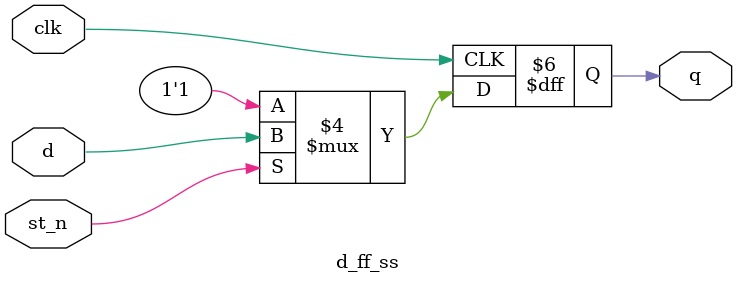
<source format=v>
module d_ff_ss (
    input  clk, st_n, d, 
    output reg q 
);
    always @(posedge clk) begin
        if (st_n == 0) q <= 1'b1;
        else q <= d;
    end
endmodule
</source>
